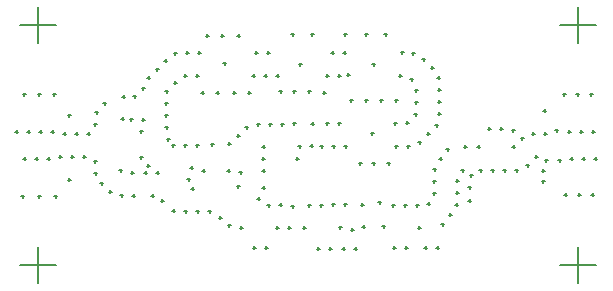
<source format=gbr>
%TF.GenerationSoftware,Altium Limited,Altium Designer,22.6.1 (34)*%
G04 Layer_Color=128*
%FSLAX26Y26*%
%MOIN*%
%TF.SameCoordinates,8B827DF8-CB59-4627-A0E1-72AFC477AE17*%
%TF.FilePolarity,Positive*%
%TF.FileFunction,Drillmap*%
%TF.Part,Single*%
G01*
G75*
%TA.AperFunction,NonConductor*%
%ADD28C,0.005000*%
D28*
X2840000Y1900000D02*
X2960000D01*
X2900000Y1840000D02*
Y1960000D01*
X2840000Y1100000D02*
X2960000D01*
X2900000Y1040000D02*
Y1160000D01*
X1040000Y1100000D02*
X1160000D01*
X1100000Y1040000D02*
Y1160000D01*
X1040000Y1900000D02*
X1160000D01*
X1100000Y1840000D02*
Y1960000D01*
X2170000Y1440000D02*
X2180000D01*
X2175000Y1435000D02*
Y1445000D01*
X1856935Y1158250D02*
X1866935D01*
X1861935Y1153250D02*
Y1163250D01*
X1816935Y1158250D02*
X1826935D01*
X1821935Y1153250D02*
Y1163250D01*
X2388282Y1158870D02*
X2398282D01*
X2393282Y1153870D02*
Y1163870D01*
X2428282Y1158870D02*
X2438282D01*
X2433282Y1153870D02*
Y1163870D01*
X2283282Y1158870D02*
X2293282D01*
X2288282Y1153870D02*
Y1163870D01*
X2323282Y1158870D02*
X2333282D01*
X2328282Y1153870D02*
Y1163870D01*
X2030000Y1155000D02*
X2040000D01*
X2035000Y1150000D02*
Y1160000D01*
X2070000Y1155000D02*
X2080000D01*
X2075000Y1150000D02*
Y1160000D01*
X2240000Y1650000D02*
X2250000D01*
X2245000Y1645000D02*
Y1655000D01*
X2140000Y1650000D02*
X2150000D01*
X2145000Y1645000D02*
Y1655000D01*
X2290000Y1650000D02*
X2300000D01*
X2295000Y1645000D02*
Y1655000D01*
X2946853Y1545392D02*
X2956853D01*
X2951853Y1540392D02*
Y1550392D01*
X2906853Y1545392D02*
X2916853D01*
X2911853Y1540392D02*
Y1550392D01*
X2866853Y1545392D02*
X2876853D01*
X2871853Y1540392D02*
Y1550392D01*
X2825000Y1550000D02*
X2835000D01*
X2830000Y1545000D02*
Y1555000D01*
X2787366Y1537725D02*
X2797366D01*
X2792366Y1532725D02*
Y1542725D01*
X2747366Y1537725D02*
X2757366D01*
X2752366Y1532725D02*
Y1542725D01*
X2710027Y1523378D02*
X2720027D01*
X2715027Y1518378D02*
Y1528378D01*
X2681743Y1495094D02*
X2691743D01*
X2686743Y1490094D02*
Y1500094D01*
X2565000Y1495000D02*
X2575000D01*
X2570000Y1490000D02*
Y1500000D01*
X2540000Y1400000D02*
X2550000D01*
X2545000Y1395000D02*
Y1405000D01*
X2571468Y1416559D02*
X2581468D01*
X2576468Y1411559D02*
Y1421559D01*
X2611468Y1416559D02*
X2621468D01*
X2616468Y1411559D02*
Y1421559D01*
X2651461Y1417275D02*
X2661461D01*
X2656461Y1412275D02*
Y1422275D01*
X2691461Y1417275D02*
X2701461D01*
X2696461Y1412275D02*
Y1422275D01*
X2727655Y1434304D02*
X2737655D01*
X2732655Y1429304D02*
Y1439304D01*
X2756250Y1462275D02*
X2766250D01*
X2761250Y1457275D02*
Y1467275D01*
X2790000Y1450000D02*
X2800000D01*
X2795000Y1445000D02*
Y1455000D01*
X2835000Y1450000D02*
X2845000D01*
X2840000Y1445000D02*
Y1455000D01*
X2875508Y1454608D02*
X2885508D01*
X2880508Y1449608D02*
Y1459608D01*
X2915508Y1454608D02*
X2925508D01*
X2920508Y1449608D02*
Y1459608D01*
X2955508Y1454608D02*
X2965508D01*
X2960508Y1449608D02*
Y1459608D01*
X2462001Y1486727D02*
X2472001D01*
X2467001Y1481727D02*
Y1491727D01*
X2438162Y1454607D02*
X2448162D01*
X2443162Y1449607D02*
Y1459607D01*
X2417667Y1420256D02*
X2427667D01*
X2422667Y1415256D02*
Y1425256D01*
X2417275Y1380258D02*
X2427275D01*
X2422275Y1375258D02*
Y1385258D01*
X2417275Y1340258D02*
X2427275D01*
X2422275Y1335258D02*
Y1345258D01*
X2398846Y1304756D02*
X2408846D01*
X2403846Y1299756D02*
Y1309756D01*
X2359097Y1300284D02*
X2369097D01*
X2364097Y1295284D02*
Y1305284D01*
X2319097Y1300284D02*
X2329097D01*
X2324097Y1295284D02*
Y1305284D01*
X2279103Y1301001D02*
X2289103D01*
X2284103Y1296001D02*
Y1306001D01*
X2235000Y1310000D02*
X2245000D01*
X2240000Y1305000D02*
Y1315000D01*
X2247548Y1229987D02*
X2257548D01*
X2252548Y1224987D02*
Y1234987D01*
X2367294Y1224834D02*
X2377294D01*
X2372294Y1219834D02*
Y1229834D01*
X2445339Y1237187D02*
X2455339D01*
X2450339Y1232187D02*
Y1242187D01*
X2469703Y1268911D02*
X2479703D01*
X2474703Y1263911D02*
Y1273911D01*
X2492037Y1302095D02*
X2502037D01*
X2497037Y1297095D02*
Y1307095D01*
X2492725Y1342089D02*
X2502725D01*
X2497725Y1337089D02*
Y1347089D01*
X2492725Y1382089D02*
X2502725D01*
X2497725Y1377089D02*
Y1387089D01*
X2511305Y1417512D02*
X2521305D01*
X2516305Y1412512D02*
Y1422512D01*
X2520000Y1495000D02*
X2530000D01*
X2525000Y1490000D02*
Y1500000D01*
X2119793Y1302725D02*
X2129793D01*
X2124793Y1297725D02*
Y1307725D01*
X2079793Y1302725D02*
X2089793D01*
X2084793Y1297725D02*
Y1307725D01*
X2039855Y1300504D02*
X2049855D01*
X2044855Y1295504D02*
Y1305504D01*
X1999855Y1300504D02*
X2009855D01*
X2004855Y1295504D02*
Y1305504D01*
X1983289Y1224892D02*
X1993289D01*
X1988289Y1219892D02*
Y1229892D01*
X2103256Y1227275D02*
X2113256D01*
X2108256Y1222275D02*
Y1232275D01*
X2142448Y1219278D02*
X2152448D01*
X2147448Y1214278D02*
Y1224278D01*
X2181450Y1228159D02*
X2191450D01*
X2186450Y1223159D02*
Y1233159D01*
X2176970Y1302333D02*
X2186970D01*
X2181970Y1297333D02*
Y1307333D01*
X1610841Y1355166D02*
X1620841D01*
X1615841Y1350166D02*
Y1360166D01*
X1510000Y1315000D02*
X1520000D01*
X1515000Y1310000D02*
Y1320000D01*
X1548761Y1281301D02*
X1558761D01*
X1553761Y1276301D02*
Y1286301D01*
X1588730Y1279716D02*
X1598730D01*
X1593730Y1274716D02*
Y1284716D01*
X1628730Y1279716D02*
X1638730D01*
X1633730Y1274716D02*
Y1284716D01*
X1668730Y1279716D02*
X1678730D01*
X1673730Y1274716D02*
Y1284716D01*
X1702834Y1258815D02*
X1712834D01*
X1707834Y1253815D02*
Y1263815D01*
X1733371Y1232978D02*
X1743371D01*
X1738371Y1227978D02*
Y1237978D01*
X1772612Y1225226D02*
X1782612D01*
X1777612Y1220226D02*
Y1230226D01*
X1892610Y1225055D02*
X1902610D01*
X1897610Y1220055D02*
Y1230055D01*
X1932610Y1224892D02*
X1942610D01*
X1937610Y1219892D02*
Y1229892D01*
X1944748Y1297047D02*
X1954748D01*
X1949748Y1292047D02*
Y1302047D01*
X1904954Y1301108D02*
X1914954D01*
X1909954Y1296108D02*
Y1306108D01*
X1864959Y1300504D02*
X1874959D01*
X1869959Y1295504D02*
Y1305504D01*
X1831225Y1321999D02*
X1841225D01*
X1836225Y1316999D02*
Y1326999D01*
X1848108Y1358261D02*
X1858108D01*
X1853108Y1353261D02*
Y1363261D01*
X1762553Y1362810D02*
X1772553D01*
X1767553Y1357810D02*
Y1367810D01*
X1626645Y1500725D02*
X1636645D01*
X1631645Y1495725D02*
Y1505725D01*
X1586645Y1500725D02*
X1596645D01*
X1591645Y1495725D02*
Y1505725D01*
X1546645Y1500725D02*
X1556645D01*
X1551645Y1495725D02*
Y1505725D01*
X1463986Y1432608D02*
X1473986D01*
X1468986Y1427608D02*
Y1437608D01*
X1495304Y1407725D02*
X1505304D01*
X1500304Y1402725D02*
Y1412725D01*
X1455305Y1408108D02*
X1465305D01*
X1460305Y1403108D02*
Y1413108D01*
X1477929Y1331892D02*
X1487929D01*
X1482929Y1326892D02*
Y1336892D01*
X1598108Y1386800D02*
X1608108D01*
X1603108Y1381800D02*
Y1391800D01*
X1609047Y1425275D02*
X1619047D01*
X1614047Y1420275D02*
Y1430275D01*
X1647620Y1414684D02*
X1657620D01*
X1652620Y1409684D02*
Y1419684D01*
X1675804Y1503840D02*
X1685804D01*
X1680804Y1498840D02*
Y1508840D01*
X1950050Y1572725D02*
X1960050D01*
X1955050Y1567725D02*
Y1577725D01*
X1910125Y1570284D02*
X1920125D01*
X1915125Y1565284D02*
Y1575284D01*
X1870125Y1570284D02*
X1880125D01*
X1875125Y1565284D02*
Y1575284D01*
X1830125Y1570284D02*
X1840125D01*
X1835125Y1565284D02*
Y1575284D01*
X1791555Y1559683D02*
X1801555D01*
X1796555Y1554683D02*
Y1564683D01*
X1763160Y1531511D02*
X1773160D01*
X1768160Y1526511D02*
Y1536511D01*
X1732864Y1505392D02*
X1742864D01*
X1737864Y1500392D02*
Y1510392D01*
X1732156Y1414608D02*
X1742156D01*
X1737156Y1409608D02*
Y1419608D01*
X1771892Y1410014D02*
X1781892D01*
X1776892Y1405014D02*
Y1415014D01*
X1848108Y1414858D02*
X1858108D01*
X1853108Y1409858D02*
Y1419858D01*
X1847008Y1454842D02*
X1857008D01*
X1852008Y1449842D02*
Y1459842D01*
X1847813Y1494834D02*
X1857813D01*
X1852813Y1489834D02*
Y1499834D01*
X1967768Y1497275D02*
X1977768D01*
X1972768Y1492275D02*
Y1502275D01*
X2007764Y1497802D02*
X2017764D01*
X2012764Y1492802D02*
Y1502802D01*
X2010993Y1571556D02*
X2020993D01*
X2015993Y1566556D02*
Y1576556D01*
X2042071Y1496892D02*
X2052071D01*
X2047071Y1491892D02*
Y1501892D01*
X2082069Y1497275D02*
X2092069D01*
X2087069Y1492275D02*
Y1502275D01*
X2122069Y1497275D02*
X2132069D01*
X2127069Y1492275D02*
Y1502275D01*
X2100235Y1572725D02*
X2110235D01*
X2105235Y1567725D02*
Y1577725D01*
X2060235Y1572725D02*
X2070235D01*
X2065235Y1567725D02*
Y1577725D01*
X2310000Y1810000D02*
X2320000D01*
X2315000Y1805000D02*
Y1815000D01*
X2215000Y1770000D02*
X2225000D01*
X2220000Y1765000D02*
Y1775000D01*
X2303204Y1732275D02*
X2313204D01*
X2308204Y1727275D02*
Y1737275D01*
X2341365Y1720284D02*
X2351365D01*
X2346365Y1715284D02*
Y1725284D01*
X2357275Y1683584D02*
X2367275D01*
X2362275Y1678584D02*
Y1688584D01*
X2357275Y1643584D02*
X2367275D01*
X2362275Y1638584D02*
Y1648584D01*
X2355283Y1603634D02*
X2365283D01*
X2360283Y1598634D02*
Y1608634D01*
X2326999Y1575350D02*
X2336999D01*
X2331999Y1570350D02*
Y1580350D01*
X2287085Y1572725D02*
X2297085D01*
X2292085Y1567725D02*
Y1577725D01*
X2210000Y1540000D02*
X2220000D01*
X2215000Y1535000D02*
Y1545000D01*
X2289869Y1497275D02*
X2299869D01*
X2294869Y1492275D02*
Y1502275D01*
X2329869Y1497275D02*
X2339869D01*
X2334869Y1492275D02*
Y1502275D01*
X2367930Y1509579D02*
X2377930D01*
X2372930Y1504579D02*
Y1514579D01*
X2396214Y1537863D02*
X2406214D01*
X2401214Y1532863D02*
Y1542863D01*
X2424218Y1566424D02*
X2434218D01*
X2429218Y1561424D02*
Y1571424D01*
X2432725Y1605509D02*
X2442725D01*
X2437725Y1600509D02*
Y1610509D01*
X2432725Y1645509D02*
X2442725D01*
X2437725Y1640509D02*
Y1650509D01*
X2432725Y1685509D02*
X2442725D01*
X2437725Y1680509D02*
Y1690509D01*
X2432030Y1725503D02*
X2442030D01*
X2437030Y1720503D02*
Y1730503D01*
X2409676Y1758675D02*
X2419676D01*
X2414676Y1753675D02*
Y1763675D01*
X2381392Y1786959D02*
X2391392D01*
X2386392Y1781959D02*
Y1791959D01*
X2346970Y1807333D02*
X2356970D01*
X2351970Y1802333D02*
Y1812333D01*
X2118532Y1807725D02*
X2128532D01*
X2123532Y1802725D02*
Y1812725D01*
X2078532Y1807725D02*
X2088532D01*
X2083532Y1802725D02*
Y1812725D01*
X1970000Y1770000D02*
X1980000D01*
X1975000Y1765000D02*
Y1775000D01*
X2059279Y1732275D02*
X2069279D01*
X2064279Y1727275D02*
Y1737275D01*
X2099279Y1732275D02*
X2109279D01*
X2104279Y1727275D02*
Y1737275D01*
X2130000Y1735000D02*
X2140000D01*
X2135000Y1730000D02*
Y1740000D01*
X1863188Y1807725D02*
X1873188D01*
X1868188Y1802725D02*
Y1812725D01*
X1823188Y1807725D02*
X1833188D01*
X1828188Y1802725D02*
Y1812725D01*
X1814279Y1732275D02*
X1824279D01*
X1819279Y1727275D02*
Y1737275D01*
X1854279Y1732275D02*
X1864279D01*
X1859279Y1727275D02*
Y1737275D01*
X1894279Y1732275D02*
X1904279D01*
X1899279Y1727275D02*
Y1737275D01*
X1633293Y1807725D02*
X1643293D01*
X1638293Y1802725D02*
Y1812725D01*
X1593293Y1807725D02*
X1603293D01*
X1598293Y1802725D02*
Y1812725D01*
X1553315Y1806397D02*
X1563315D01*
X1558315Y1801397D02*
Y1811397D01*
X1521200Y1782551D02*
X1531200D01*
X1526200Y1777551D02*
Y1787551D01*
X1492916Y1754267D02*
X1502916D01*
X1497916Y1749267D02*
Y1759267D01*
X1464631Y1725982D02*
X1474631D01*
X1469631Y1720982D02*
Y1730982D01*
X1447275Y1689944D02*
X1457275D01*
X1452275Y1684944D02*
Y1694944D01*
X1417613Y1663108D02*
X1427613D01*
X1422613Y1658108D02*
Y1668108D01*
X1407290Y1586892D02*
X1417290D01*
X1412290Y1581892D02*
Y1591892D01*
X1447275Y1585811D02*
X1457275D01*
X1452275Y1580811D02*
Y1590811D01*
X1439608Y1546553D02*
X1449608D01*
X1444608Y1541553D02*
Y1551553D01*
X1529147Y1520741D02*
X1539147D01*
X1534147Y1515741D02*
Y1525741D01*
X1525015Y1560527D02*
X1535015D01*
X1530015Y1555527D02*
Y1565527D01*
X1522725Y1600461D02*
X1532725D01*
X1527725Y1595461D02*
Y1605461D01*
X1522725Y1640461D02*
X1532725D01*
X1527725Y1635461D02*
Y1645461D01*
X1525701Y1680350D02*
X1535701D01*
X1530701Y1675350D02*
Y1685350D01*
X1553985Y1708634D02*
X1563985D01*
X1558985Y1703634D02*
Y1713634D01*
X1586252Y1732275D02*
X1596252D01*
X1591252Y1727275D02*
Y1737275D01*
X1626252Y1732275D02*
X1636252D01*
X1631252Y1727275D02*
Y1737275D01*
X1718738Y1773229D02*
X1728738D01*
X1723738Y1768229D02*
Y1778229D01*
X1318939Y1639849D02*
X1328939D01*
X1323939Y1634849D02*
Y1644849D01*
X1291950Y1610326D02*
X1301950D01*
X1296950Y1605326D02*
Y1615326D01*
X1287275Y1570600D02*
X1297275D01*
X1292275Y1565600D02*
Y1575600D01*
X1264489Y1537725D02*
X1274489D01*
X1269489Y1532725D02*
Y1542725D01*
X1224489Y1537725D02*
X1234489D01*
X1229489Y1532725D02*
Y1542725D01*
X1184489Y1537725D02*
X1194489D01*
X1189489Y1532725D02*
Y1542725D01*
X1145231Y1545392D02*
X1155231D01*
X1150231Y1540392D02*
Y1550392D01*
X1105231Y1545392D02*
X1115231D01*
X1110231Y1540392D02*
Y1550392D01*
X1065231Y1545392D02*
X1075231D01*
X1070231Y1540392D02*
Y1550392D01*
X1025231Y1545392D02*
X1035231D01*
X1030231Y1540392D02*
Y1550392D01*
X1051041Y1454608D02*
X1061041D01*
X1056041Y1449608D02*
Y1459608D01*
X1091041Y1454608D02*
X1101041D01*
X1096041Y1449608D02*
Y1459608D01*
X1131041Y1454608D02*
X1141041D01*
X1136041Y1449608D02*
Y1459608D01*
X1170300Y1462275D02*
X1180300D01*
X1175300Y1457275D02*
Y1467275D01*
X1210300Y1462275D02*
X1220300D01*
X1215300Y1457275D02*
Y1467275D01*
X1250300Y1462275D02*
X1260300D01*
X1255300Y1457275D02*
Y1467275D01*
X1287275Y1447017D02*
X1297275D01*
X1292275Y1442017D02*
Y1452017D01*
X1287667Y1407019D02*
X1297667D01*
X1292667Y1402019D02*
Y1412019D01*
X1308671Y1372977D02*
X1318671D01*
X1313671Y1367977D02*
Y1377977D01*
X1336956Y1344693D02*
X1346956D01*
X1341956Y1339693D02*
Y1349693D01*
X1375206Y1332992D02*
X1385206D01*
X1380206Y1327992D02*
Y1337992D01*
X1415191Y1331892D02*
X1425191D01*
X1420191Y1326892D02*
Y1336892D01*
X1410089Y1408441D02*
X1420089D01*
X1415089Y1403441D02*
Y1413441D01*
X1371076Y1417275D02*
X1381076D01*
X1376076Y1412275D02*
Y1422275D01*
X1440000Y1460000D02*
X1450000D01*
X1445000Y1455000D02*
Y1465000D01*
X1377765Y1587802D02*
X1387765D01*
X1382765Y1582802D02*
Y1592802D01*
X1380993Y1661556D02*
X1390993D01*
X1385993Y1656556D02*
Y1666556D01*
X1200000Y1385000D02*
X1210000D01*
X1205000Y1380000D02*
Y1390000D01*
X1960000Y1455000D02*
X1970000D01*
X1965000Y1450000D02*
Y1460000D01*
X2535000Y1315000D02*
X2545000D01*
X2540000Y1310000D02*
Y1320000D01*
X1750000Y1675000D02*
X1760000D01*
X1755000Y1670000D02*
Y1680000D01*
X2050000Y1675000D02*
X2060000D01*
X2055000Y1670000D02*
Y1680000D01*
X1645000Y1675000D02*
X1655000D01*
X1650000Y1670000D02*
Y1680000D01*
X1800000Y1675000D02*
X1810000D01*
X1805000Y1670000D02*
Y1680000D01*
X2000000D02*
X2010000D01*
X2005000Y1675000D02*
Y1685000D01*
X1710000Y1865000D02*
X1720000D01*
X1715000Y1860000D02*
Y1870000D01*
X1765000Y1865000D02*
X1775000D01*
X1770000Y1860000D02*
Y1870000D01*
X1660000Y1865000D02*
X1670000D01*
X1665000Y1860000D02*
Y1870000D01*
X1950000Y1680000D02*
X1960000D01*
X1955000Y1675000D02*
Y1685000D01*
X2010000Y1870000D02*
X2020000D01*
X2015000Y1865000D02*
Y1875000D01*
X1945000Y1870000D02*
X1955000D01*
X1950000Y1865000D02*
Y1875000D01*
X2190000Y1650000D02*
X2200000D01*
X2195000Y1645000D02*
Y1655000D01*
X2120000Y1870000D02*
X2130000D01*
X2125000Y1865000D02*
Y1875000D01*
X1100000Y1670000D02*
X1110000D01*
X1105000Y1665000D02*
Y1675000D01*
X1100000Y1330000D02*
X1110000D01*
X1105000Y1325000D02*
Y1335000D01*
X2945000D02*
X2955000D01*
X2950000Y1330000D02*
Y1340000D01*
X2940000Y1670000D02*
X2950000D01*
X2945000Y1665000D02*
Y1675000D01*
X2190000Y1870000D02*
X2200000D01*
X2195000Y1865000D02*
Y1875000D01*
X2900000Y1335000D02*
X2910000D01*
X2905000Y1330000D02*
Y1340000D01*
X2895000Y1670000D02*
X2905000D01*
X2900000Y1665000D02*
Y1675000D01*
X2265000Y1440000D02*
X2275000D01*
X2270000Y1435000D02*
Y1445000D01*
X2600000Y1555000D02*
X2610000D01*
X2605000Y1550000D02*
Y1560000D01*
X2255000Y1870000D02*
X2265000D01*
X2260000Y1865000D02*
Y1875000D01*
X2155000Y1155000D02*
X2165000D01*
X2160000Y1150000D02*
Y1160000D01*
X1045000Y1330000D02*
X1055000D01*
X1050000Y1325000D02*
Y1335000D01*
Y1670000D02*
X1060000D01*
X1055000Y1665000D02*
Y1675000D01*
X2680000Y1550000D02*
X2690000D01*
X2685000Y1545000D02*
Y1555000D01*
X2780000Y1415000D02*
X2790000D01*
X2785000Y1410000D02*
Y1420000D01*
X2855000Y1335000D02*
X2865000D01*
X2860000Y1330000D02*
Y1340000D01*
X2780000Y1380000D02*
X2790000D01*
X2785000Y1375000D02*
Y1385000D01*
X2850000Y1670000D02*
X2860000D01*
X2855000Y1665000D02*
Y1675000D01*
X2785000Y1615000D02*
X2795000D01*
X2790000Y1610000D02*
Y1620000D01*
X1155000Y1330000D02*
X1165000D01*
X1160000Y1325000D02*
Y1335000D01*
X1200000Y1600000D02*
X1210000D01*
X1205000Y1595000D02*
Y1605000D01*
X1150000Y1670000D02*
X1160000D01*
X1155000Y1665000D02*
Y1675000D01*
X2215000Y1440000D02*
X2225000D01*
X2220000Y1435000D02*
Y1445000D01*
X2535000Y1360000D02*
X2545000D01*
X2540000Y1355000D02*
Y1365000D01*
X2115000Y1155000D02*
X2125000D01*
X2120000Y1150000D02*
Y1160000D01*
X2640000Y1555000D02*
X2650000D01*
X2645000Y1550000D02*
Y1560000D01*
X1695000Y1675000D02*
X1705000D01*
X1700000Y1670000D02*
Y1680000D01*
X1905000D02*
X1915000D01*
X1910000Y1675000D02*
Y1685000D01*
%TF.MD5,ff96200e2aa74864bc176c9695e06e8c*%
M02*

</source>
